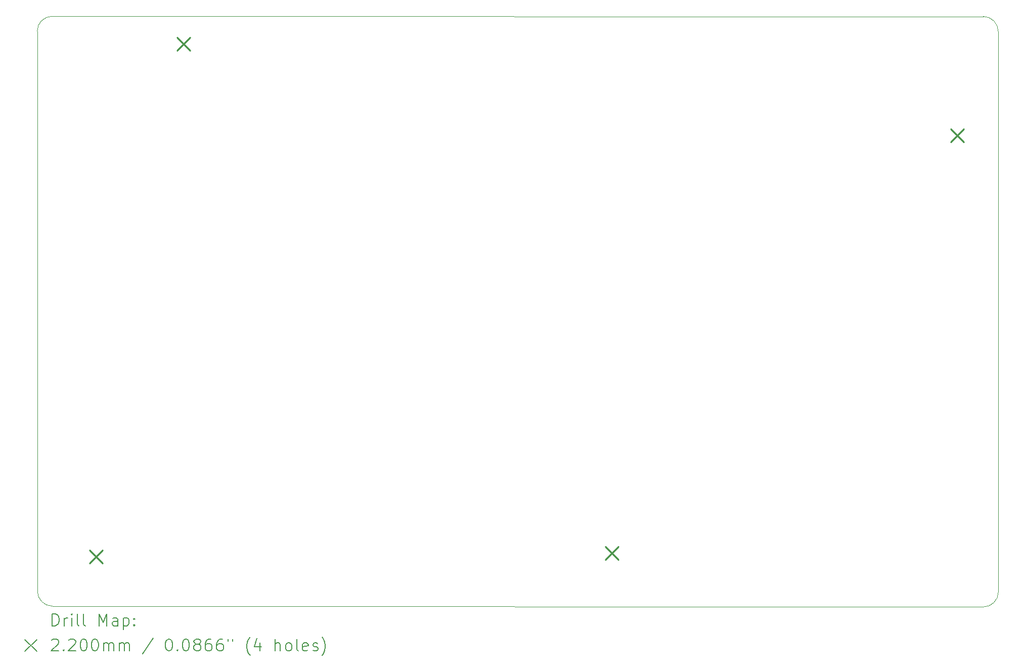
<source format=gbr>
%TF.GenerationSoftware,KiCad,Pcbnew,(6.0.7)*%
%TF.CreationDate,2022-09-07T21:34:10+00:00*%
%TF.ProjectId,zzsplit-bottom-right,7a7a7370-6c69-4742-9d62-6f74746f6d2d,rev?*%
%TF.SameCoordinates,Original*%
%TF.FileFunction,Drillmap*%
%TF.FilePolarity,Positive*%
%FSLAX45Y45*%
G04 Gerber Fmt 4.5, Leading zero omitted, Abs format (unit mm)*
G04 Created by KiCad (PCBNEW (6.0.7)) date 2022-09-07 21:34:10*
%MOMM*%
%LPD*%
G01*
G04 APERTURE LIST*
%ADD10C,0.100000*%
%ADD11C,0.200000*%
%ADD12C,0.220000*%
G04 APERTURE END LIST*
D10*
X7783400Y-4861000D02*
X23374400Y-4864000D01*
X23623402Y-5114000D02*
G75*
G03*
X23374400Y-4864000I-250002J0D01*
G01*
X7537400Y-14487000D02*
G75*
G03*
X7787400Y-14737000I250000J0D01*
G01*
X23623402Y-5114000D02*
X23626400Y-14500000D01*
X23374392Y-14750998D02*
X7787400Y-14737000D01*
X7533400Y-5111000D02*
X7537400Y-14487000D01*
X23374392Y-14750998D02*
G75*
G03*
X23626400Y-14500000I1008J250998D01*
G01*
X7783400Y-4861000D02*
G75*
G03*
X7533400Y-5111000I0J-250000D01*
G01*
D11*
D12*
X8409000Y-13800000D02*
X8629000Y-14020000D01*
X8629000Y-13800000D02*
X8409000Y-14020000D01*
X9877000Y-5219000D02*
X10097000Y-5439000D01*
X10097000Y-5219000D02*
X9877000Y-5439000D01*
X17043000Y-13737000D02*
X17263000Y-13957000D01*
X17263000Y-13737000D02*
X17043000Y-13957000D01*
X22827000Y-6747000D02*
X23047000Y-6967000D01*
X23047000Y-6747000D02*
X22827000Y-6967000D01*
D11*
X7786019Y-15066476D02*
X7786019Y-14866476D01*
X7833638Y-14866476D01*
X7862209Y-14876000D01*
X7881257Y-14895048D01*
X7890781Y-14914095D01*
X7900305Y-14952190D01*
X7900305Y-14980762D01*
X7890781Y-15018857D01*
X7881257Y-15037905D01*
X7862209Y-15056952D01*
X7833638Y-15066476D01*
X7786019Y-15066476D01*
X7986019Y-15066476D02*
X7986019Y-14933143D01*
X7986019Y-14971238D02*
X7995543Y-14952190D01*
X8005067Y-14942667D01*
X8024114Y-14933143D01*
X8043162Y-14933143D01*
X8109828Y-15066476D02*
X8109828Y-14933143D01*
X8109828Y-14866476D02*
X8100305Y-14876000D01*
X8109828Y-14885524D01*
X8119352Y-14876000D01*
X8109828Y-14866476D01*
X8109828Y-14885524D01*
X8233638Y-15066476D02*
X8214590Y-15056952D01*
X8205067Y-15037905D01*
X8205067Y-14866476D01*
X8338400Y-15066476D02*
X8319352Y-15056952D01*
X8309828Y-15037905D01*
X8309828Y-14866476D01*
X8566971Y-15066476D02*
X8566971Y-14866476D01*
X8633638Y-15009333D01*
X8700305Y-14866476D01*
X8700305Y-15066476D01*
X8881257Y-15066476D02*
X8881257Y-14961714D01*
X8871733Y-14942667D01*
X8852686Y-14933143D01*
X8814590Y-14933143D01*
X8795543Y-14942667D01*
X8881257Y-15056952D02*
X8862210Y-15066476D01*
X8814590Y-15066476D01*
X8795543Y-15056952D01*
X8786019Y-15037905D01*
X8786019Y-15018857D01*
X8795543Y-14999809D01*
X8814590Y-14990286D01*
X8862210Y-14990286D01*
X8881257Y-14980762D01*
X8976495Y-14933143D02*
X8976495Y-15133143D01*
X8976495Y-14942667D02*
X8995543Y-14933143D01*
X9033638Y-14933143D01*
X9052686Y-14942667D01*
X9062210Y-14952190D01*
X9071733Y-14971238D01*
X9071733Y-15028381D01*
X9062210Y-15047428D01*
X9052686Y-15056952D01*
X9033638Y-15066476D01*
X8995543Y-15066476D01*
X8976495Y-15056952D01*
X9157448Y-15047428D02*
X9166971Y-15056952D01*
X9157448Y-15066476D01*
X9147924Y-15056952D01*
X9157448Y-15047428D01*
X9157448Y-15066476D01*
X9157448Y-14942667D02*
X9166971Y-14952190D01*
X9157448Y-14961714D01*
X9147924Y-14952190D01*
X9157448Y-14942667D01*
X9157448Y-14961714D01*
X7328400Y-15296000D02*
X7528400Y-15496000D01*
X7528400Y-15296000D02*
X7328400Y-15496000D01*
X7776495Y-15305524D02*
X7786019Y-15296000D01*
X7805067Y-15286476D01*
X7852686Y-15286476D01*
X7871733Y-15296000D01*
X7881257Y-15305524D01*
X7890781Y-15324571D01*
X7890781Y-15343619D01*
X7881257Y-15372190D01*
X7766971Y-15486476D01*
X7890781Y-15486476D01*
X7976495Y-15467428D02*
X7986019Y-15476952D01*
X7976495Y-15486476D01*
X7966971Y-15476952D01*
X7976495Y-15467428D01*
X7976495Y-15486476D01*
X8062209Y-15305524D02*
X8071733Y-15296000D01*
X8090781Y-15286476D01*
X8138400Y-15286476D01*
X8157448Y-15296000D01*
X8166971Y-15305524D01*
X8176495Y-15324571D01*
X8176495Y-15343619D01*
X8166971Y-15372190D01*
X8052686Y-15486476D01*
X8176495Y-15486476D01*
X8300305Y-15286476D02*
X8319352Y-15286476D01*
X8338400Y-15296000D01*
X8347924Y-15305524D01*
X8357448Y-15324571D01*
X8366971Y-15362667D01*
X8366971Y-15410286D01*
X8357448Y-15448381D01*
X8347924Y-15467428D01*
X8338400Y-15476952D01*
X8319352Y-15486476D01*
X8300305Y-15486476D01*
X8281257Y-15476952D01*
X8271733Y-15467428D01*
X8262209Y-15448381D01*
X8252686Y-15410286D01*
X8252686Y-15362667D01*
X8262209Y-15324571D01*
X8271733Y-15305524D01*
X8281257Y-15296000D01*
X8300305Y-15286476D01*
X8490781Y-15286476D02*
X8509829Y-15286476D01*
X8528876Y-15296000D01*
X8538400Y-15305524D01*
X8547924Y-15324571D01*
X8557448Y-15362667D01*
X8557448Y-15410286D01*
X8547924Y-15448381D01*
X8538400Y-15467428D01*
X8528876Y-15476952D01*
X8509829Y-15486476D01*
X8490781Y-15486476D01*
X8471733Y-15476952D01*
X8462210Y-15467428D01*
X8452686Y-15448381D01*
X8443162Y-15410286D01*
X8443162Y-15362667D01*
X8452686Y-15324571D01*
X8462210Y-15305524D01*
X8471733Y-15296000D01*
X8490781Y-15286476D01*
X8643162Y-15486476D02*
X8643162Y-15353143D01*
X8643162Y-15372190D02*
X8652686Y-15362667D01*
X8671733Y-15353143D01*
X8700305Y-15353143D01*
X8719352Y-15362667D01*
X8728876Y-15381714D01*
X8728876Y-15486476D01*
X8728876Y-15381714D02*
X8738400Y-15362667D01*
X8757448Y-15353143D01*
X8786019Y-15353143D01*
X8805067Y-15362667D01*
X8814590Y-15381714D01*
X8814590Y-15486476D01*
X8909829Y-15486476D02*
X8909829Y-15353143D01*
X8909829Y-15372190D02*
X8919352Y-15362667D01*
X8938400Y-15353143D01*
X8966971Y-15353143D01*
X8986019Y-15362667D01*
X8995543Y-15381714D01*
X8995543Y-15486476D01*
X8995543Y-15381714D02*
X9005067Y-15362667D01*
X9024114Y-15353143D01*
X9052686Y-15353143D01*
X9071733Y-15362667D01*
X9081257Y-15381714D01*
X9081257Y-15486476D01*
X9471733Y-15276952D02*
X9300305Y-15534095D01*
X9728876Y-15286476D02*
X9747924Y-15286476D01*
X9766971Y-15296000D01*
X9776495Y-15305524D01*
X9786019Y-15324571D01*
X9795543Y-15362667D01*
X9795543Y-15410286D01*
X9786019Y-15448381D01*
X9776495Y-15467428D01*
X9766971Y-15476952D01*
X9747924Y-15486476D01*
X9728876Y-15486476D01*
X9709829Y-15476952D01*
X9700305Y-15467428D01*
X9690781Y-15448381D01*
X9681257Y-15410286D01*
X9681257Y-15362667D01*
X9690781Y-15324571D01*
X9700305Y-15305524D01*
X9709829Y-15296000D01*
X9728876Y-15286476D01*
X9881257Y-15467428D02*
X9890781Y-15476952D01*
X9881257Y-15486476D01*
X9871733Y-15476952D01*
X9881257Y-15467428D01*
X9881257Y-15486476D01*
X10014590Y-15286476D02*
X10033638Y-15286476D01*
X10052686Y-15296000D01*
X10062210Y-15305524D01*
X10071733Y-15324571D01*
X10081257Y-15362667D01*
X10081257Y-15410286D01*
X10071733Y-15448381D01*
X10062210Y-15467428D01*
X10052686Y-15476952D01*
X10033638Y-15486476D01*
X10014590Y-15486476D01*
X9995543Y-15476952D01*
X9986019Y-15467428D01*
X9976495Y-15448381D01*
X9966971Y-15410286D01*
X9966971Y-15362667D01*
X9976495Y-15324571D01*
X9986019Y-15305524D01*
X9995543Y-15296000D01*
X10014590Y-15286476D01*
X10195543Y-15372190D02*
X10176495Y-15362667D01*
X10166971Y-15353143D01*
X10157448Y-15334095D01*
X10157448Y-15324571D01*
X10166971Y-15305524D01*
X10176495Y-15296000D01*
X10195543Y-15286476D01*
X10233638Y-15286476D01*
X10252686Y-15296000D01*
X10262210Y-15305524D01*
X10271733Y-15324571D01*
X10271733Y-15334095D01*
X10262210Y-15353143D01*
X10252686Y-15362667D01*
X10233638Y-15372190D01*
X10195543Y-15372190D01*
X10176495Y-15381714D01*
X10166971Y-15391238D01*
X10157448Y-15410286D01*
X10157448Y-15448381D01*
X10166971Y-15467428D01*
X10176495Y-15476952D01*
X10195543Y-15486476D01*
X10233638Y-15486476D01*
X10252686Y-15476952D01*
X10262210Y-15467428D01*
X10271733Y-15448381D01*
X10271733Y-15410286D01*
X10262210Y-15391238D01*
X10252686Y-15381714D01*
X10233638Y-15372190D01*
X10443162Y-15286476D02*
X10405067Y-15286476D01*
X10386019Y-15296000D01*
X10376495Y-15305524D01*
X10357448Y-15334095D01*
X10347924Y-15372190D01*
X10347924Y-15448381D01*
X10357448Y-15467428D01*
X10366971Y-15476952D01*
X10386019Y-15486476D01*
X10424114Y-15486476D01*
X10443162Y-15476952D01*
X10452686Y-15467428D01*
X10462210Y-15448381D01*
X10462210Y-15400762D01*
X10452686Y-15381714D01*
X10443162Y-15372190D01*
X10424114Y-15362667D01*
X10386019Y-15362667D01*
X10366971Y-15372190D01*
X10357448Y-15381714D01*
X10347924Y-15400762D01*
X10633638Y-15286476D02*
X10595543Y-15286476D01*
X10576495Y-15296000D01*
X10566971Y-15305524D01*
X10547924Y-15334095D01*
X10538400Y-15372190D01*
X10538400Y-15448381D01*
X10547924Y-15467428D01*
X10557448Y-15476952D01*
X10576495Y-15486476D01*
X10614590Y-15486476D01*
X10633638Y-15476952D01*
X10643162Y-15467428D01*
X10652686Y-15448381D01*
X10652686Y-15400762D01*
X10643162Y-15381714D01*
X10633638Y-15372190D01*
X10614590Y-15362667D01*
X10576495Y-15362667D01*
X10557448Y-15372190D01*
X10547924Y-15381714D01*
X10538400Y-15400762D01*
X10728876Y-15286476D02*
X10728876Y-15324571D01*
X10805067Y-15286476D02*
X10805067Y-15324571D01*
X11100305Y-15562667D02*
X11090781Y-15553143D01*
X11071733Y-15524571D01*
X11062210Y-15505524D01*
X11052686Y-15476952D01*
X11043162Y-15429333D01*
X11043162Y-15391238D01*
X11052686Y-15343619D01*
X11062210Y-15315048D01*
X11071733Y-15296000D01*
X11090781Y-15267428D01*
X11100305Y-15257905D01*
X11262209Y-15353143D02*
X11262209Y-15486476D01*
X11214590Y-15276952D02*
X11166971Y-15419809D01*
X11290781Y-15419809D01*
X11519352Y-15486476D02*
X11519352Y-15286476D01*
X11605067Y-15486476D02*
X11605067Y-15381714D01*
X11595543Y-15362667D01*
X11576495Y-15353143D01*
X11547924Y-15353143D01*
X11528876Y-15362667D01*
X11519352Y-15372190D01*
X11728876Y-15486476D02*
X11709828Y-15476952D01*
X11700305Y-15467428D01*
X11690781Y-15448381D01*
X11690781Y-15391238D01*
X11700305Y-15372190D01*
X11709828Y-15362667D01*
X11728876Y-15353143D01*
X11757448Y-15353143D01*
X11776495Y-15362667D01*
X11786019Y-15372190D01*
X11795543Y-15391238D01*
X11795543Y-15448381D01*
X11786019Y-15467428D01*
X11776495Y-15476952D01*
X11757448Y-15486476D01*
X11728876Y-15486476D01*
X11909828Y-15486476D02*
X11890781Y-15476952D01*
X11881257Y-15457905D01*
X11881257Y-15286476D01*
X12062209Y-15476952D02*
X12043162Y-15486476D01*
X12005067Y-15486476D01*
X11986019Y-15476952D01*
X11976495Y-15457905D01*
X11976495Y-15381714D01*
X11986019Y-15362667D01*
X12005067Y-15353143D01*
X12043162Y-15353143D01*
X12062209Y-15362667D01*
X12071733Y-15381714D01*
X12071733Y-15400762D01*
X11976495Y-15419809D01*
X12147924Y-15476952D02*
X12166971Y-15486476D01*
X12205067Y-15486476D01*
X12224114Y-15476952D01*
X12233638Y-15457905D01*
X12233638Y-15448381D01*
X12224114Y-15429333D01*
X12205067Y-15419809D01*
X12176495Y-15419809D01*
X12157448Y-15410286D01*
X12147924Y-15391238D01*
X12147924Y-15381714D01*
X12157448Y-15362667D01*
X12176495Y-15353143D01*
X12205067Y-15353143D01*
X12224114Y-15362667D01*
X12300305Y-15562667D02*
X12309828Y-15553143D01*
X12328876Y-15524571D01*
X12338400Y-15505524D01*
X12347924Y-15476952D01*
X12357448Y-15429333D01*
X12357448Y-15391238D01*
X12347924Y-15343619D01*
X12338400Y-15315048D01*
X12328876Y-15296000D01*
X12309828Y-15267428D01*
X12300305Y-15257905D01*
M02*

</source>
